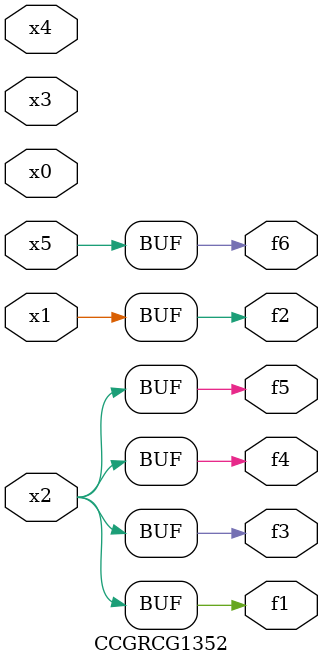
<source format=v>
module CCGRCG1352(
	input x0, x1, x2, x3, x4, x5,
	output f1, f2, f3, f4, f5, f6
);
	assign f1 = x2;
	assign f2 = x1;
	assign f3 = x2;
	assign f4 = x2;
	assign f5 = x2;
	assign f6 = x5;
endmodule

</source>
